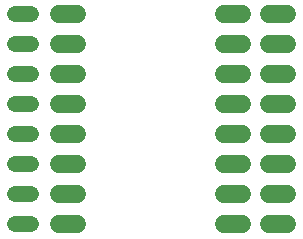
<source format=gbr>
G04 EAGLE Gerber X2 export*
G04 #@! %TF.Part,Single*
G04 #@! %TF.FileFunction,Copper,L1,Top,Mixed*
G04 #@! %TF.FilePolarity,Positive*
G04 #@! %TF.GenerationSoftware,Autodesk,EAGLE,9.0.0*
G04 #@! %TF.CreationDate,2019-08-08T19:13:13Z*
G75*
%MOMM*%
%FSLAX34Y34*%
%LPD*%
%AMOC8*
5,1,8,0,0,1.08239X$1,22.5*%
G01*
%ADD10C,1.320800*%
%ADD11C,1.524000*%


D10*
X120904Y190500D02*
X107696Y190500D01*
X107696Y165100D02*
X120904Y165100D01*
X120904Y139700D02*
X107696Y139700D01*
X107696Y114300D02*
X120904Y114300D01*
X120904Y88900D02*
X107696Y88900D01*
X107696Y63500D02*
X120904Y63500D01*
X120904Y38100D02*
X107696Y38100D01*
X107696Y12700D02*
X120904Y12700D01*
D11*
X322580Y12700D02*
X337820Y12700D01*
X337820Y38100D02*
X322580Y38100D01*
X322580Y63500D02*
X337820Y63500D01*
X337820Y88900D02*
X322580Y88900D01*
X322580Y114300D02*
X337820Y114300D01*
X337820Y139700D02*
X322580Y139700D01*
X322580Y165100D02*
X337820Y165100D01*
X337820Y190500D02*
X322580Y190500D01*
X160020Y190500D02*
X144780Y190500D01*
X144780Y165100D02*
X160020Y165100D01*
X160020Y139700D02*
X144780Y139700D01*
X144780Y114300D02*
X160020Y114300D01*
X160020Y88900D02*
X144780Y88900D01*
X144780Y63500D02*
X160020Y63500D01*
X160020Y38100D02*
X144780Y38100D01*
X144780Y12700D02*
X160020Y12700D01*
X284480Y190500D02*
X299720Y190500D01*
X299720Y165100D02*
X284480Y165100D01*
X284480Y139700D02*
X299720Y139700D01*
X299720Y114300D02*
X284480Y114300D01*
X284480Y88900D02*
X299720Y88900D01*
X299720Y63500D02*
X284480Y63500D01*
X284480Y38100D02*
X299720Y38100D01*
X299720Y12700D02*
X284480Y12700D01*
M02*

</source>
